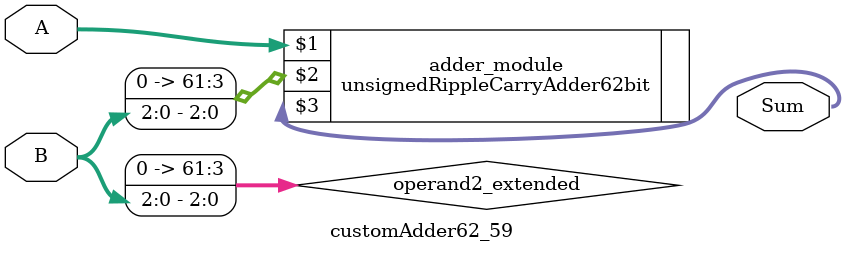
<source format=v>
module customAdder62_59(
                        input [61 : 0] A,
                        input [2 : 0] B,
                        
                        output [62 : 0] Sum
                );

        wire [61 : 0] operand2_extended;
        
        assign operand2_extended =  {59'b0, B};
        
        unsignedRippleCarryAdder62bit adder_module(
            A,
            operand2_extended,
            Sum
        );
        
        endmodule
        
</source>
